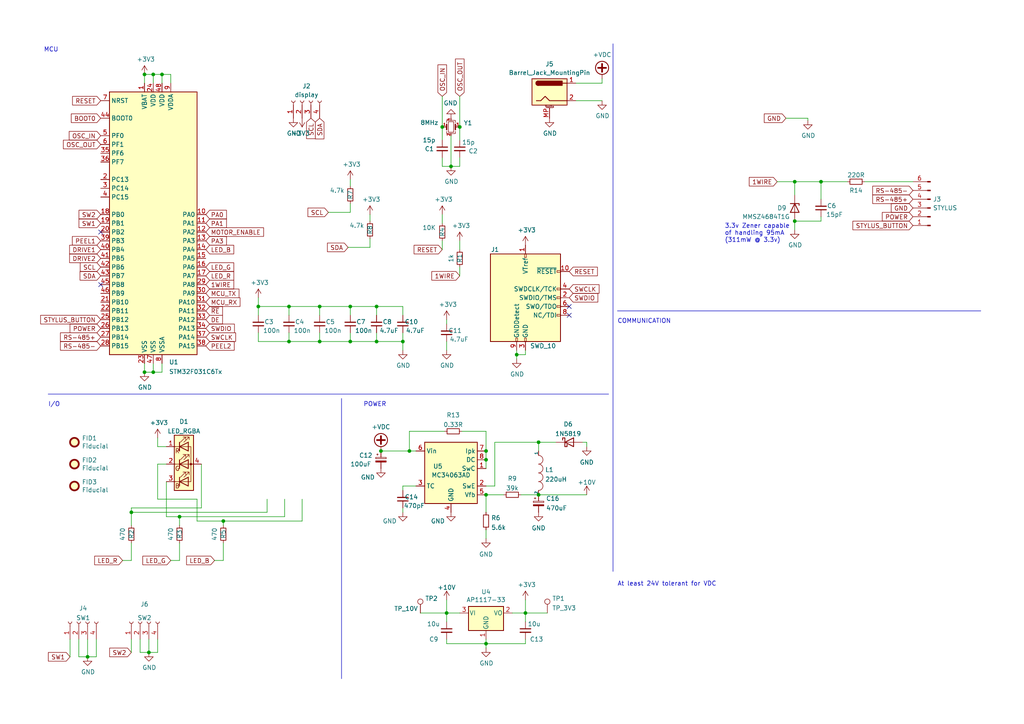
<source format=kicad_sch>
(kicad_sch (version 20250114) (generator "eeschema") (generator_version "9.0")
  (paper "A4")
  (title_block (title "LumenPnP Feeder Control Board") (rev "09") (company "Opulo, Inc."))
  (lib_symbols
    (symbol "Connector:Barrel_Jack_MountingPin" (pin_names (hide yes))
      (property "Reference" "J" (at 0 5.334 0))
      (property "Value" "Barrel_Jack_MountingPin" (at 1.27 -6.35 0))
      (symbol "Barrel_Jack_MountingPin_1_1"
        (text "Mounting" (at 0 -4.191 0) (effects (font (size 0.381 0.381))))
        (pin passive line (at 0 -7.62 90) (length 3.048) (name "MountPin") (number "MP"))
        (pin passive line (at 7.62 2.54 180) (length 2.54) (name "~") (number "1"))
        (pin passive line (at 7.62 -2.54 180) (length 2.54) (name "~") (number "2"))
      )
    )
    (symbol "Connector:Conn_01x04_Female" (pin_names (offset 1.016) (hide yes))
      (property "Reference" "J" (at 0 5.08 0))
      (property "Value" "Conn_01x04_Female" (at 0 -7.62 0))
      (symbol "Conn_01x04_Female_1_1"
        (pin passive line (at -5.08 2.54 0) (length 3.81) (name "Pin_1") (number "1"))
        (pin passive line (at -5.08 0 0) (length 3.81) (name "Pin_2") (number "2"))
        (pin passive line (at -5.08 -2.54 0) (length 3.81) (name "Pin_3") (number "3"))
        (pin passive line (at -5.08 -5.08 0) (length 3.81) (name "Pin_4") (number "4"))
      )
    )
    (symbol "Connector:Conn_01x04_Socket" (pin_names (offset 1.016) (hide yes))
      (property "Reference" "J" (at 0 5.08 0))
      (property "Value" "Conn_01x04_Socket" (at 0 -7.62 0))
      (symbol "Conn_01x04_Socket_1_1"
        (pin passive line (at -5.08 2.54 0) (length 3.81) (name "Pin_1") (number "1"))
        (pin passive line (at -5.08 0 0) (length 3.81) (name "Pin_2") (number "2"))
        (pin passive line (at -5.08 -2.54 0) (length 3.81) (name "Pin_3") (number "3"))
        (pin passive line (at -5.08 -5.08 0) (length 3.81) (name "Pin_4") (number "4"))
      )
    )
    (symbol "Connector:Conn_01x06_Pin" (pin_names (offset 1.016) (hide yes))
      (property "Reference" "J" (at 0 7.62 0))
      (property "Value" "Conn_01x06_Pin" (at 0 -10.16 0))
      (symbol "Conn_01x06_Pin_1_1"
        (pin passive line (at 5.08 5.08 180) (length 3.81) (name "Pin_1") (number "1"))
        (pin passive line (at 5.08 2.54 180) (length 3.81) (name "Pin_2") (number "2"))
        (pin passive line (at 5.08 0 180) (length 3.81) (name "Pin_3") (number "3"))
        (pin passive line (at 5.08 -2.54 180) (length 3.81) (name "Pin_4") (number "4"))
        (pin passive line (at 5.08 -5.08 180) (length 3.81) (name "Pin_5") (number "5"))
        (pin passive line (at 5.08 -7.62 180) (length 3.81) (name "Pin_6") (number "6"))
      )
    )
    (symbol "Connector:Conn_ARM_JTAG_SWD_10" (pin_names (offset 1.016))
      (property "Reference" "J" (at -2.54 16.51 0))
      (property "Value" "Conn_ARM_JTAG_SWD_10" (at -2.54 13.97 0))
      (symbol "Conn_ARM_JTAG_SWD_10_1_1"
        (pin no_connect line (at -10.16 0 0) (length 2.54) (hide yes) (name "KEY") (number "7"))
        (pin passive line (at -2.54 -15.24 90) (length 2.54) (name "GNDDetect") (number "9"))
        (pin power_in line (at 0 15.24 270) (length 2.54) (name "VTref") (number "1"))
        (pin power_in line (at 0 -15.24 90) (length 2.54) (name "GND") (number "3"))
        (pin passive line (at 0 -15.24 90) (length 2.54) (hide yes) (name "GND") (number "5"))
        (pin open_collector line (at 12.7 7.62 180) (length 2.54) (name "~{RESET}") (number "10"))
        (pin output line (at 12.7 2.54 180) (length 2.54) (name "SWDCLK/TCK") (number "4"))
        (pin bidirectional line (at 12.7 0 180) (length 2.54) (name "SWDIO/TMS") (number "2"))
        (pin input line (at 12.7 -2.54 180) (length 2.54) (name "SWO/TDO") (number "6"))
        (pin output line (at 12.7 -5.08 180) (length 2.54) (name "NC/TDI") (number "8"))
      )
    )
    (symbol "Connector:TestPoint" (pin_numbers (hide yes)) (pin_names (offset 0.762) (hide yes))
      (property "Reference" "TP" (at 0 6.858 0))
      (property "Value" "TestPoint" (at 0 5.08 0))
      (symbol "TestPoint_1_1"
        (pin passive line (at 0 0 90) (length 2.54) (name "1") (number "1"))
      )
    )
    (symbol "Device:C_Polarized_Small" (pin_numbers (hide yes)) (pin_names (offset 0.254) (hide yes))
      (property "Reference" "C" (at 0.254 1.778 0))
      (property "Value" "C_Polarized_Small" (at 0.254 -2.032 0))
      (symbol "C_Polarized_Small_1_1"
        (pin passive line (at 0 2.54 270) (length 1.8542) (name "~") (number "1"))
        (pin passive line (at 0 -2.54 90) (length 1.8542) (name "~") (number "2"))
      )
    )
    (symbol "Device:C_Small" (pin_numbers (hide yes)) (pin_names (offset 0.254) (hide yes))
      (property "Reference" "C" (at 0.254 1.778 0))
      (property "Value" "C_Small" (at 0.254 -2.032 0))
      (symbol "C_Small_1_1"
        (pin passive line (at 0 2.54 270) (length 2.032) (name "~") (number "1"))
        (pin passive line (at 0 -2.54 90) (length 2.032) (name "~") (number "2"))
      )
    )
    (symbol "Device:Crystal_GND24_Small" (pin_names (offset 1.016) (hide yes))
      (property "Reference" "Y" (at 1.27 4.445 0))
      (property "Value" "Crystal_GND24_Small" (at 1.27 2.54 0))
      (symbol "Crystal_GND24_Small_1_1"
        (pin passive line (at -2.54 0 0) (length 1.27) (name "1") (number "1"))
        (pin passive line (at 0 2.54 270) (length 0.635) (name "4") (number "4"))
        (pin passive line (at 0 -2.54 90) (length 0.635) (name "2") (number "2"))
        (pin passive line (at 2.54 0 180) (length 1.27) (name "3") (number "3"))
      )
    )
    (symbol "Device:D_Zener" (pin_numbers (hide yes)) (pin_names (offset 1.016) (hide yes))
      (property "Reference" "D" (at 0 2.54 0))
      (property "Value" "D_Zener" (at 0 -2.54 0))
      (symbol "D_Zener_1_1"
        (pin passive line (at -3.81 0 0) (length 2.54) (name "K") (number "1"))
        (pin passive line (at 3.81 0 180) (length 2.54) (name "A") (number "2"))
      )
    )
    (symbol "Device:LED_RGBA" (pin_names (offset 0) (hide yes))
      (property "Reference" "D" (at 0 9.398 0))
      (property "Value" "LED_RGBA" (at 0 -8.89 0))
      (symbol "LED_RGBA_0_0"
        (text "R" (at -1.905 3.81 0) (effects (font (size 1.27 1.27))))
        (text "G" (at -1.905 -1.27 0) (effects (font (size 1.27 1.27))))
        (text "B" (at -1.905 -6.35 0) (effects (font (size 1.27 1.27))))
      )
      (symbol "LED_RGBA_1_1"
        (pin passive line (at -5.08 5.08 0) (length 2.54) (name "RK") (number "1"))
        (pin passive line (at -5.08 0 0) (length 2.54) (name "GK") (number "2"))
        (pin passive line (at -5.08 -5.08 0) (length 2.54) (name "BK") (number "3"))
        (pin passive line (at 5.08 0 180) (length 2.54) (name "A") (number "4"))
      )
    )
    (symbol "Device:R_Small" (pin_numbers (hide yes)) (pin_names (offset 0.254) (hide yes))
      (property "Reference" "R" (at 0.762 0.508 0))
      (property "Value" "R_Small" (at 0.762 -1.016 0))
      (symbol "R_Small_1_1"
        (pin passive line (at 0 2.54 270) (length 0.762) (name "~") (number "1"))
        (pin passive line (at 0 -2.54 90) (length 0.762) (name "~") (number "2"))
      )
    )
    (symbol "Diode:1N5819" (pin_numbers (hide yes)) (pin_names (offset 1.016) (hide yes))
      (property "Reference" "D" (at 0 2.54 0))
      (property "Value" "1N5819" (at 0 -2.54 0))
      (symbol "1N5819_1_1"
        (pin passive line (at -3.81 0 0) (length 2.54) (name "K") (number "1"))
        (pin passive line (at 3.81 0 180) (length 2.54) (name "A") (number "2"))
      )
    )
    (symbol "MCU_ST_STM32F0:STM32F031C6Tx"
      (property "Reference" "U" (at -12.7 39.37 0))
      (property "Value" "STM32F031C6Tx" (at 7.62 39.37 0))
      (symbol "STM32F031C6Tx_1_1"
        (pin input line (at -15.24 35.56 0) (length 2.54) (name "NRST") (number "7"))
        (pin input line (at -15.24 30.48 0) (length 2.54) (name "BOOT0") (number "44"))
        (pin input line (at -15.24 25.4 0) (length 2.54) (name "PF0") (number "5"))
        (pin input line (at -15.24 22.86 0) (length 2.54) (name "PF1") (number "6"))
        (pin bidirectional line (at -15.24 20.32 0) (length 2.54) (name "PF6") (number "35"))
        (pin bidirectional line (at -15.24 17.78 0) (length 2.54) (name "PF7") (number "36"))
        (pin bidirectional line (at -15.24 12.7 0) (length 2.54) (name "PC13") (number "2"))
        (pin bidirectional line (at -15.24 10.16 0) (length 2.54) (name "PC14") (number "3"))
        (pin bidirectional line (at -15.24 7.62 0) (length 2.54) (name "PC15") (number "4"))
        (pin bidirectional line (at -15.24 2.54 0) (length 2.54) (name "PB0") (number "18"))
        (pin bidirectional line (at -15.24 0 0) (length 2.54) (name "PB1") (number "19"))
        (pin bidirectional line (at -15.24 -2.54 0) (length 2.54) (name "PB2") (number "20"))
        (pin bidirectional line (at -15.24 -5.08 0) (length 2.54) (name "PB3") (number "39"))
        (pin bidirectional line (at -15.24 -7.62 0) (length 2.54) (name "PB4") (number "40"))
        (pin bidirectional line (at -15.24 -10.16 0) (length 2.54) (name "PB5") (number "41"))
        (pin bidirectional line (at -15.24 -12.7 0) (length 2.54) (name "PB6") (number "42"))
        (pin bidirectional line (at -15.24 -15.24 0) (length 2.54) (name "PB7") (number "43"))
        (pin bidirectional line (at -15.24 -17.78 0) (length 2.54) (name "PB8") (number "45"))
        (pin bidirectional line (at -15.24 -20.32 0) (length 2.54) (name "PB9") (number "46"))
        (pin bidirectional line (at -15.24 -22.86 0) (length 2.54) (name "PB10") (number "21"))
        (pin bidirectional line (at -15.24 -25.4 0) (length 2.54) (name "PB11") (number "22"))
        (pin bidirectional line (at -15.24 -27.94 0) (length 2.54) (name "PB12") (number "25"))
        (pin bidirectional line (at -15.24 -30.48 0) (length 2.54) (name "PB13") (number "26"))
        (pin bidirectional line (at -15.24 -33.02 0) (length 2.54) (name "PB14") (number "27"))
        (pin bidirectional line (at -15.24 -35.56 0) (length 2.54) (name "PB15") (number "28"))
        (pin power_in line (at -2.54 40.64 270) (length 2.54) (name "VBAT") (number "1"))
        (pin power_in line (at -2.54 -40.64 90) (length 2.54) (name "VSS") (number "23"))
        (pin power_in line (at 0 40.64 270) (length 2.54) (name "VDD") (number "24"))
        (pin power_in line (at 0 -40.64 90) (length 2.54) (name "VSS") (number "47"))
        (pin power_in line (at 2.54 40.64 270) (length 2.54) (name "VDD") (number "48"))
        (pin power_in line (at 2.54 -40.64 90) (length 2.54) (name "VSSA") (number "8"))
        (pin power_in line (at 5.08 40.64 270) (length 2.54) (name "VDDA") (number "9"))
        (pin bidirectional line (at 15.24 2.54 180) (length 2.54) (name "PA0") (number "10"))
        (pin bidirectional line (at 15.24 0 180) (length 2.54) (name "PA1") (number "11"))
        (pin bidirectional line (at 15.24 -2.54 180) (length 2.54) (name "PA2") (number "12"))
        (pin bidirectional line (at 15.24 -5.08 180) (length 2.54) (name "PA3") (number "13"))
        (pin bidirectional line (at 15.24 -7.62 180) (length 2.54) (name "PA4") (number "14"))
        (pin bidirectional line (at 15.24 -10.16 180) (length 2.54) (name "PA5") (number "15"))
        (pin bidirectional line (at 15.24 -12.7 180) (length 2.54) (name "PA6") (number "16"))
        (pin bidirectional line (at 15.24 -15.24 180) (length 2.54) (name "PA7") (number "17"))
        (pin bidirectional line (at 15.24 -17.78 180) (length 2.54) (name "PA8") (number "29"))
        (pin bidirectional line (at 15.24 -20.32 180) (length 2.54) (name "PA9") (number "30"))
        (pin bidirectional line (at 15.24 -22.86 180) (length 2.54) (name "PA10") (number "31"))
        (pin bidirectional line (at 15.24 -25.4 180) (length 2.54) (name "PA11") (number "32"))
        (pin bidirectional line (at 15.24 -27.94 180) (length 2.54) (name "PA12") (number "33"))
        (pin bidirectional line (at 15.24 -30.48 180) (length 2.54) (name "PA13") (number "34"))
        (pin bidirectional line (at 15.24 -33.02 180) (length 2.54) (name "PA14") (number "37"))
        (pin bidirectional line (at 15.24 -35.56 180) (length 2.54) (name "PA15") (number "38"))
      )
    )
    (symbol "Mechanical:Fiducial"
      (property "Reference" "FID" (at 0 5.08 0))
      (property "Value" "Fiducial" (at 0 3.175 0))
    )
    (symbol "Regulator_Linear:AP1117-33" (pin_names (offset 0.254))
      (property "Reference" "U" (at -3.81 3.175 0))
      (property "Value" "AP1117-33" (at 0 3.175 0))
      (symbol "AP1117-33_1_1"
        (pin power_in line (at -7.62 0 0) (length 2.54) (name "VI") (number "3"))
        (pin power_in line (at 0 -7.62 90) (length 2.54) (name "GND") (number "1"))
        (pin power_out line (at 7.62 0 180) (length 2.54) (name "VO") (number "2"))
      )
    )
    (symbol "Regulator_Switching:MC34063AD"
      (property "Reference" "U" (at -7.62 8.89 0))
      (property "Value" "MC34063AD" (at 0 8.89 0))
      (symbol "MC34063AD_1_1"
        (pin power_in line (at -10.16 5.08 0) (length 2.54) (name "Vin") (number "6"))
        (pin passive line (at -10.16 -5.08 0) (length 2.54) (name "TC") (number "3"))
        (pin power_in line (at 0 -12.7 90) (length 2.54) (name "GND") (number "4"))
        (pin input line (at 10.16 5.08 180) (length 2.54) (name "Ipk") (number "7"))
        (pin open_collector line (at 10.16 2.54 180) (length 2.54) (name "DC") (number "8"))
        (pin open_collector line (at 10.16 0 180) (length 2.54) (name "SwC") (number "1"))
        (pin open_emitter line (at 10.16 -5.08 180) (length 2.54) (name "SwE") (number "2"))
        (pin input line (at 10.16 -7.62 180) (length 2.54) (name "Vfb") (number "5"))
      )
    )
    (symbol "power:+10V" (power) (pin_names (offset 0))
      (property "Value" "+10V" (at 0 3.556 0))
      (symbol "+10V_1_1"
        (pin power_in line (at 0 0 90) (length 0) (hide yes) (name "+10V") (number "1"))
      )
    )
    (symbol "power:+3V3" (power) (pin_names (offset 0))
      (property "Value" "+3V3" (at 0 3.556 0))
      (symbol "+3V3_1_1"
        (pin power_in line (at 0 0 90) (length 0) (hide yes) (name "+3V3") (number "1"))
      )
    )
    (symbol "power:+VDC" (power) (pin_names (offset 0))
      (property "Value" "+VDC" (at 0 6.35 0))
      (symbol "+VDC_1_1"
        (pin power_in line (at 0 0 90) (length 0) (hide yes) (name "+VDC") (number "1"))
      )
    )
    (symbol "power:GND" (power) (pin_names (offset 0))
      (property "Value" "GND" (at 0 -3.81 0))
      (symbol "GND_1_1"
        (pin power_in line (at 0 0 270) (length 0) (hide yes) (name "GND") (number "1"))
      )
    )
    (symbol "pspice:INDUCTOR" (pin_numbers (hide yes)) (pin_names (offset 0))
      (property "Reference" "L" (at 0 2.54 0))
      (property "Value" "INDUCTOR" (at 0 -1.27 0))
      (symbol "INDUCTOR_1_1"
        (pin input line (at -6.35 0 0) (length 1.27) (name "1") (number "1"))
        (pin input line (at 6.35 0 180) (length 1.27) (name "2") (number "2"))
      )
    )
  )
  (text "I/O" (at 13.97 118.11 0) (effects (font (size 1.27 1.27)) (justify left bottom)))
  (text "COMMUNICATION" (at 179.07 93.98 0) (effects (font (size 1.27 1.27)) (justify left bottom)))
  (text "POWER" (at 105.41 118.11 0) (effects (font (size 1.27 1.27)) (justify left bottom)))
  (text "3.3v Zener capable\nof handling 95mA \n(311mW @ 3.3v)" (at 210.185 70.485 0) (effects (font (size 1.27 1.27)) (justify left bottom)))
  (text "At least 24V tolerant for VDC\n" (at 179.07 170.18 0) (effects (font (size 1.27 1.27)) (justify left bottom)))
  (text "MCU" (at 12.7 15.24 0) (effects (font (size 1.27 1.27)) (justify left bottom)))
  (junction (at 110.49 130.81))
  (junction (at 129.54 177.8))
  (junction (at 41.91 107.95))
  (junction (at 25.4 190.5))
  (junction (at 83.82 88.9))
  (junction (at 156.21 128.27))
  (junction (at 230.505 52.705))
  (junction (at 116.84 99.06))
  (junction (at 118.745 130.81))
  (junction (at 44.45 107.95))
  (junction (at 128.27 36.83))
  (junction (at 46.99 21.59))
  (junction (at 92.71 88.9))
  (junction (at 133.35 36.83))
  (junction (at 41.91 21.59))
  (junction (at 140.97 133.35))
  (junction (at 156.21 143.51))
  (junction (at 109.22 88.9))
  (junction (at 64.77 151.13))
  (junction (at 38.1 148.59))
  (junction (at 230.505 64.135))
  (junction (at 109.22 99.06))
  (junction (at 152.4 177.8))
  (junction (at 101.6 88.9))
  (junction (at 149.86 102.87))
  (junction (at 74.93 88.9))
  (junction (at 101.6 99.06))
  (junction (at 130.81 48.26))
  (junction (at 238.125 52.705))
  (junction (at 43.18 189.23))
  (junction (at 92.71 99.06))
  (junction (at 83.82 99.06))
  (junction (at 140.97 143.51))
  (junction (at 140.97 130.81))
  (junction (at 44.45 21.59))
  (junction (at 52.07 149.86))
  (junction (at 140.97 186.69))
  (no_connect (at 29.21 82.55))
  (no_connect (at 29.21 67.31))
  (no_connect (at 165.1 88.9))
  (no_connect (at 165.1 91.44))
  (wire (pts (xy 38.1 189.23) (xy 38.1 185.42)))
  (wire (pts (xy 49.53 162.56) (xy 52.07 162.56)))
  (wire (pts (xy 41.91 105.41) (xy 41.91 107.95)))
  (wire (pts (xy 128.27 62.23) (xy 128.27 64.77)))
  (wire (pts (xy 44.45 105.41) (xy 44.45 107.95)))
  (wire (pts (xy 234.315 34.29) (xy 234.315 34.925)))
  (wire (pts (xy 129.54 186.69) (xy 129.54 185.42)))
  (wire (pts (xy 238.125 62.865) (xy 238.125 64.135)))
  (wire (pts (xy 101.6 88.9) (xy 101.6 91.44)))
  (wire (pts (xy 129.54 173.99) (xy 129.54 177.8)))
  (wire (pts (xy 140.97 186.69) (xy 129.54 186.69)))
  (wire (pts (xy 87.63 144.78) (xy 87.63 151.13)))
  (wire (pts (xy 83.82 88.9) (xy 83.82 91.44)))
  (wire (pts (xy 107.315 62.23) (xy 107.315 64.135)))
  (wire (pts (xy 140.97 186.69) (xy 140.97 185.42)))
  (wire (pts (xy 74.93 96.52) (xy 74.93 99.06)))
  (wire (pts (xy 44.45 107.95) (xy 41.91 107.95)))
  (wire (pts (xy 230.505 52.705) (xy 230.505 56.515)))
  (wire (pts (xy 38.1 148.59) (xy 38.1 152.4)))
  (wire (pts (xy 133.35 69.85) (xy 133.35 72.39)))
  (wire (pts (xy 133.35 48.26) (xy 130.81 48.26)))
  (wire (pts (xy 35.56 162.56) (xy 38.1 162.56)))
  (wire (pts (xy 133.985 125.095) (xy 140.97 125.095)))
  (wire (pts (xy 27.94 185.42) (xy 27.94 190.5)))
  (wire (pts (xy 128.27 72.39) (xy 128.27 69.85)))
  (wire (pts (xy 92.71 88.9) (xy 83.82 88.9)))
  (wire (pts (xy 57.15 151.13) (xy 64.77 151.13)))
  (wire (pts (xy 45.72 185.42) (xy 45.72 189.23)))
  (wire (pts (xy 238.125 52.705) (xy 245.745 52.705)))
  (wire (pts (xy 130.81 48.26) (xy 128.27 48.26)))
  (wire (pts (xy 140.97 187.96) (xy 140.97 186.69)))
  (wire (pts (xy 101.6 99.06) (xy 109.22 99.06)))
  (wire (pts (xy 152.4 177.8) (xy 158.75 177.8)))
  (wire (pts (xy 77.47 148.59) (xy 38.1 148.59)))
  (wire (pts (xy 64.77 151.13) (xy 64.77 152.4)))
  (wire (pts (xy 152.4 177.8) (xy 152.4 173.99)))
  (wire (pts (xy 27.94 190.5) (xy 25.4 190.5)))
  (wire (pts (xy 83.82 88.9) (xy 74.93 88.9)))
  (wire (pts (xy 118.745 130.81) (xy 120.65 130.81)))
  (wire (pts (xy 238.125 52.705) (xy 238.125 57.785)))
  (wire (pts (xy 156.21 128.27) (xy 161.29 128.27)))
  (wire (pts (xy 48.26 149.86) (xy 52.07 149.86)))
  (wire (pts (xy 74.93 88.9) (xy 74.93 91.44)))
  (wire (pts (xy 250.825 52.705) (xy 264.795 52.705)))
  (wire (pts (xy 143.51 140.97) (xy 143.51 128.27)))
  (wire (pts (xy 107.315 71.755) (xy 107.315 69.215)))
  (wire (pts (xy 156.21 128.27) (xy 156.21 130.81)))
  (wire (pts (xy 230.505 64.135) (xy 230.505 66.675)))
  (wire (pts (xy 120.65 140.97) (xy 116.84 140.97)))
  (wire (pts (xy 116.84 96.52) (xy 116.84 99.06)))
  (wire (pts (xy 116.84 88.9) (xy 109.22 88.9)))
  (wire (pts (xy 22.86 190.5) (xy 25.4 190.5)))
  (wire (pts (xy 101.6 52.07) (xy 101.6 53.975)))
  (wire (pts (xy 45.72 144.78) (xy 57.15 144.78)))
  (wire (pts (xy 43.18 189.23) (xy 45.72 189.23)))
  (wire (pts (xy 152.4 102.87) (xy 152.4 101.6)))
  (wire (pts (xy 140.97 140.97) (xy 143.51 140.97)))
  (wire (pts (xy 156.21 143.51) (xy 170.18 143.51)))
  (wire (pts (xy 116.84 99.06) (xy 116.84 101.6)))
  (wire (pts (xy 133.35 40.64) (xy 133.35 36.83)))
  (wire (pts (xy 45.72 134.62) (xy 48.26 134.62)))
  (wire (pts (xy 40.64 189.23) (xy 43.18 189.23)))
  (wire (pts (xy 52.07 149.86) (xy 52.07 152.4)))
  (wire (pts (xy 25.4 185.42) (xy 25.4 190.5)))
  (wire (pts (xy 100.965 71.755) (xy 107.315 71.755)))
  (wire (pts (xy 140.97 143.51) (xy 146.05 143.51)))
  (wire (pts (xy 167.005 24.13) (xy 174.625 24.13)))
  (wire (pts (xy 57.15 144.78) (xy 57.15 151.13)))
  (wire (pts (xy 38.1 147.32) (xy 58.42 147.32)))
  (wire (pts (xy 167.005 29.21) (xy 174.625 29.21)))
  (wire (pts (xy 46.99 107.95) (xy 44.45 107.95)))
  (wire (pts (xy 49.53 24.13) (xy 49.53 21.59)))
  (wire (pts (xy 118.745 130.81) (xy 118.745 125.095)))
  (wire (pts (xy 109.22 99.06) (xy 116.84 99.06)))
  (wire (pts (xy 109.22 88.9) (xy 109.22 91.44)))
  (wire (pts (xy 238.125 64.135) (xy 230.505 64.135)))
  (wire (pts (xy 128.27 36.83) (xy 128.27 40.64)))
  (wire (pts (xy 46.99 105.41) (xy 46.99 107.95)))
  (polyline (pts (xy 13.97 114.3) (xy 176.53 114.3)))
  (wire (pts (xy 225.425 52.705) (xy 230.505 52.705)))
  (wire (pts (xy 152.4 186.69) (xy 140.97 186.69)))
  (wire (pts (xy 227.965 34.29) (xy 234.315 34.29)))
  (wire (pts (xy 92.71 96.52) (xy 92.71 99.06)))
  (wire (pts (xy 46.99 21.59) (xy 46.99 24.13)))
  (wire (pts (xy 101.6 88.9) (xy 92.71 88.9)))
  (wire (pts (xy 130.81 39.37) (xy 130.81 48.26)))
  (wire (pts (xy 58.42 134.62) (xy 58.42 147.32)))
  (wire (pts (xy 116.84 147.32) (xy 116.84 148.59)))
  (wire (pts (xy 149.86 102.87) (xy 149.86 101.6)))
  (wire (pts (xy 109.22 96.52) (xy 109.22 99.06)))
  (wire (pts (xy 149.86 102.87) (xy 152.4 102.87)))
  (wire (pts (xy 129.54 177.8) (xy 129.54 180.34)))
  (wire (pts (xy 140.97 133.35) (xy 140.97 135.89)))
  (wire (pts (xy 92.71 99.06) (xy 101.6 99.06)))
  (wire (pts (xy 62.23 162.56) (xy 64.77 162.56)))
  (wire (pts (xy 92.71 88.9) (xy 92.71 91.44)))
  (wire (pts (xy 64.77 157.48) (xy 64.77 162.56)))
  (wire (pts (xy 82.55 149.86) (xy 52.07 149.86)))
  (polyline (pts (xy 179.07 90.17) (xy 284.48 90.17)))
  (wire (pts (xy 22.86 185.42) (xy 22.86 190.5)))
  (wire (pts (xy 74.93 99.06) (xy 83.82 99.06)))
  (wire (pts (xy 95.25 61.595) (xy 101.6 61.595)))
  (wire (pts (xy 128.27 27.94) (xy 128.27 36.83)))
  (polyline (pts (xy 99.06 115.57) (xy 99.06 196.85)))
  (wire (pts (xy 52.07 157.48) (xy 52.07 162.56)))
  (wire (pts (xy 140.97 125.095) (xy 140.97 130.81)))
  (wire (pts (xy 87.63 151.13) (xy 64.77 151.13)))
  (wire (pts (xy 143.51 128.27) (xy 156.21 128.27)))
  (wire (pts (xy 48.26 139.7) (xy 48.26 149.86)))
  (wire (pts (xy 82.55 144.78) (xy 82.55 149.86)))
  (wire (pts (xy 44.45 21.59) (xy 44.45 24.13)))
  (wire (pts (xy 230.505 52.705) (xy 238.125 52.705)))
  (wire (pts (xy 40.64 185.42) (xy 40.64 189.23)))
  (wire (pts (xy 83.82 99.06) (xy 92.71 99.06)))
  (wire (pts (xy 41.91 21.59) (xy 41.91 24.13)))
  (wire (pts (xy 152.4 185.42) (xy 152.4 186.69)))
  (wire (pts (xy 170.18 128.27) (xy 170.18 129.54)))
  (wire (pts (xy 45.72 144.78) (xy 45.72 134.62)))
  (wire (pts (xy 129.54 92.71) (xy 129.54 93.98)))
  (wire (pts (xy 128.27 48.26) (xy 128.27 45.72)))
  (wire (pts (xy 174.625 24.13) (xy 174.625 22.86)))
  (wire (pts (xy 46.99 21.59) (xy 44.45 21.59)))
  (wire (pts (xy 133.35 80.01) (xy 133.35 77.47)))
  (wire (pts (xy 121.92 177.8) (xy 129.54 177.8)))
  (wire (pts (xy 140.97 153.67) (xy 140.97 156.21)))
  (wire (pts (xy 140.97 143.51) (xy 140.97 148.59)))
  (wire (pts (xy 49.53 21.59) (xy 46.99 21.59)))
  (wire (pts (xy 168.91 128.27) (xy 170.18 128.27)))
  (wire (pts (xy 20.32 185.42) (xy 20.32 190.5)))
  (wire (pts (xy 152.4 177.8) (xy 152.4 180.34)))
  (wire (pts (xy 74.93 88.9) (xy 74.93 86.36)))
  (wire (pts (xy 151.13 143.51) (xy 156.21 143.51)))
  (wire (pts (xy 77.47 144.78) (xy 77.47 148.59)))
  (wire (pts (xy 43.18 185.42) (xy 43.18 189.23)))
  (wire (pts (xy 129.54 177.8) (xy 133.35 177.8)))
  (wire (pts (xy 116.84 140.97) (xy 116.84 142.24)))
  (wire (pts (xy 129.54 99.06) (xy 129.54 101.6)))
  (wire (pts (xy 38.1 147.32) (xy 38.1 148.59)))
  (wire (pts (xy 44.45 21.59) (xy 41.91 21.59)))
  (wire (pts (xy 45.72 129.54) (xy 45.72 127)))
  (wire (pts (xy 109.22 88.9) (xy 101.6 88.9)))
  (polyline (pts (xy 177.8 165.735) (xy 177.8 12.7)))
  (wire (pts (xy 133.35 48.26) (xy 133.35 45.72)))
  (wire (pts (xy 118.745 125.095) (xy 128.905 125.095)))
  (wire (pts (xy 116.84 91.44) (xy 116.84 88.9)))
  (wire (pts (xy 149.86 104.14) (xy 149.86 102.87)))
  (wire (pts (xy 38.1 157.48) (xy 38.1 162.56)))
  (wire (pts (xy 140.97 130.81) (xy 140.97 133.35)))
  (wire (pts (xy 133.35 36.83) (xy 133.35 27.94)))
  (wire (pts (xy 148.59 177.8) (xy 152.4 177.8)))
  (wire (pts (xy 45.72 129.54) (xy 48.26 129.54)))
  (wire (pts (xy 110.49 130.81) (xy 118.745 130.81)))
  (wire (pts (xy 101.6 96.52) (xy 101.6 99.06)))
  (wire (pts (xy 83.82 96.52) (xy 83.82 99.06)))
  (wire (pts (xy 101.6 61.595) (xy 101.6 59.055)))
  (global_label "RESET" (shape input) (at 128.27 72.39 180) (property "Intersheetrefs" "${INTERSHEET_REFS}" (effects (hide yes))))
  (global_label "1WIRE" (shape input) (at 225.425 52.705 180) (property "Intersheetrefs" "${INTERSHEET_REFS}" (effects (hide yes))))
  (global_label "GND" (shape input) (at 264.795 60.325 180) (property "Intersheetrefs" "${INTERSHEET_REFS}" (effects (hide yes))))
  (global_label "SWDIO" (shape input) (at 59.69 95.25 0) (property "Intersheetrefs" "${INTERSHEET_REFS}" (effects (hide yes))))
  (global_label "SCL" (shape input) (at 29.21 77.47 180) (property "Intersheetrefs" "${INTERSHEET_REFS}" (effects (hide yes))))
  (global_label "LED_R" (shape input) (at 35.56 162.56 180) (property "Intersheetrefs" "${INTERSHEET_REFS}" (effects (hide yes))))
  (global_label "LED_R" (shape input) (at 59.69 80.01 0) (property "Intersheetrefs" "${INTERSHEET_REFS}" (effects (hide yes))))
  (global_label "MOTOR_ENABLE" (shape input) (at 59.69 67.31 0) (property "Intersheetrefs" "${INTERSHEET_REFS}" (effects (hide yes))))
  (global_label "SCL" (shape input) (at 95.25 61.595 180) (property "Intersheetrefs" "${INTERSHEET_REFS}" (effects (hide yes))))
  (global_label "SWCLK" (shape input) (at 165.1 83.82 0) (property "Intersheetrefs" "${INTERSHEET_REFS}" (effects (hide yes))))
  (global_label "OSC_IN" (shape input) (at 29.21 39.37 180) (property "Intersheetrefs" "${INTERSHEET_REFS}" (effects (hide yes))))
  (global_label "DRIVE2" (shape input) (at 29.21 74.93 180) (property "Intersheetrefs" "${INTERSHEET_REFS}" (effects (hide yes))))
  (global_label "OSC_OUT" (shape input) (at 133.35 27.94 90) (property "Intersheetrefs" "${INTERSHEET_REFS}" (effects (hide yes))))
  (global_label "PA1" (shape input) (at 59.69 64.77 0) (property "Intersheetrefs" "${INTERSHEET_REFS}" (effects (hide yes))))
  (global_label "SW1" (shape input) (at 29.21 64.77 180) (property "Intersheetrefs" "${INTERSHEET_REFS}" (effects (hide yes))))
  (global_label "LED_B" (shape input) (at 62.23 162.56 180) (property "Intersheetrefs" "${INTERSHEET_REFS}" (effects (hide yes))))
  (global_label "STYLUS_BUTTON" (shape input) (at 264.795 65.405 180) (property "Intersheetrefs" "${INTERSHEET_REFS}" (effects (hide yes))))
  (global_label "SWDIO" (shape input) (at 165.1 86.36 0) (property "Intersheetrefs" "${INTERSHEET_REFS}" (effects (hide yes))))
  (global_label "PEEL1" (shape input) (at 29.21 69.85 180) (property "Intersheetrefs" "${INTERSHEET_REFS}" (effects (hide yes))))
  (global_label "RS-485+" (shape input) (at 29.21 97.79 180) (property "Intersheetrefs" "${INTERSHEET_REFS}" (effects (hide yes))))
  (global_label "LED_B" (shape input) (at 59.69 72.39 0) (property "Intersheetrefs" "${INTERSHEET_REFS}" (effects (hide yes))))
  (global_label "RS-485-" (shape input) (at 29.21 100.33 180) (property "Intersheetrefs" "${INTERSHEET_REFS}" (effects (hide yes))))
  (global_label "MCU_RX" (shape input) (at 59.69 87.63 0) (property "Intersheetrefs" "${INTERSHEET_REFS}" (effects (hide yes))))
  (global_label "PA0" (shape input) (at 59.69 62.23 0) (property "Intersheetrefs" "${INTERSHEET_REFS}" (effects (hide yes))))
  (global_label "DRIVE1" (shape input) (at 29.21 72.39 180) (property "Intersheetrefs" "${INTERSHEET_REFS}" (effects (hide yes))))
  (global_label "SCL" (shape input) (at 90.17 34.29 270) (property "Intersheetrefs" "${INTERSHEET_REFS}" (effects (hide yes))))
  (global_label "~{RE}" (shape input) (at 59.69 90.17 0) (property "Intersheetrefs" "${INTERSHEET_REFS}" (effects (hide yes))))
  (global_label "1WIRE" (shape input) (at 133.35 80.01 180) (property "Intersheetrefs" "${INTERSHEET_REFS}" (effects (hide yes))))
  (global_label "OSC_IN" (shape input) (at 128.27 27.94 90) (property "Intersheetrefs" "${INTERSHEET_REFS}" (effects (hide yes))))
  (global_label "LED_G" (shape input) (at 49.53 162.56 180) (property "Intersheetrefs" "${INTERSHEET_REFS}" (effects (hide yes))))
  (global_label "POWER" (shape input) (at 29.21 95.25 180) (property "Intersheetrefs" "${INTERSHEET_REFS}" (effects (hide yes))))
  (global_label "OSC_OUT" (shape input) (at 29.21 41.91 180) (property "Intersheetrefs" "${INTERSHEET_REFS}" (effects (hide yes))))
  (global_label "POWER" (shape input) (at 264.795 62.865 180) (property "Intersheetrefs" "${INTERSHEET_REFS}" (effects (hide yes))))
  (global_label "BOOT0" (shape input) (at 29.21 34.29 180) (property "Intersheetrefs" "${INTERSHEET_REFS}" (effects (hide yes))))
  (global_label "RESET" (shape input) (at 165.1 78.74 0) (property "Intersheetrefs" "${INTERSHEET_REFS}" (effects (hide yes))))
  (global_label "PA3" (shape input) (at 59.69 69.85 0) (property "Intersheetrefs" "${INTERSHEET_REFS}" (effects (hide yes))))
  (global_label "SW2" (shape input) (at 38.1 189.23 180) (property "Intersheetrefs" "${INTERSHEET_REFS}" (effects (hide yes))))
  (global_label "LED_G" (shape input) (at 59.69 77.47 0) (property "Intersheetrefs" "${INTERSHEET_REFS}" (effects (hide yes))))
  (global_label "STYLUS_BUTTON" (shape input) (at 29.21 92.71 180) (property "Intersheetrefs" "${INTERSHEET_REFS}" (effects (hide yes))))
  (global_label "SDA" (shape input) (at 100.965 71.755 180) (property "Intersheetrefs" "${INTERSHEET_REFS}" (effects (hide yes))))
  (global_label "SWCLK" (shape input) (at 59.69 97.79 0) (property "Intersheetrefs" "${INTERSHEET_REFS}" (effects (hide yes))))
  (global_label "GND" (shape input) (at 227.965 34.29 180) (property "Intersheetrefs" "${INTERSHEET_REFS}" (effects (hide yes))))
  (global_label "SW2" (shape input) (at 29.21 62.23 180) (property "Intersheetrefs" "${INTERSHEET_REFS}" (effects (hide yes))))
  (global_label "1WIRE" (shape input) (at 59.69 82.55 0) (property "Intersheetrefs" "${INTERSHEET_REFS}" (effects (hide yes))))
  (global_label "SW1" (shape input) (at 20.32 190.5 180) (property "Intersheetrefs" "${INTERSHEET_REFS}" (effects (hide yes))))
  (global_label "SDA" (shape input) (at 92.71 34.29 270) (property "Intersheetrefs" "${INTERSHEET_REFS}" (effects (hide yes))))
  (global_label "RS-485+" (shape input) (at 264.795 57.785 180) (property "Intersheetrefs" "${INTERSHEET_REFS}" (effects (hide yes))))
  (global_label "RS-485-" (shape input) (at 264.795 55.245 180) (property "Intersheetrefs" "${INTERSHEET_REFS}" (effects (hide yes))))
  (global_label "MCU_TX" (shape input) (at 59.69 85.09 0) (property "Intersheetrefs" "${INTERSHEET_REFS}" (effects (hide yes))))
  (global_label "PEEL2" (shape input) (at 59.69 100.33 0) (property "Intersheetrefs" "${INTERSHEET_REFS}" (effects (hide yes))))
  (global_label "SDA" (shape input) (at 29.21 80.01 180) (property "Intersheetrefs" "${INTERSHEET_REFS}" (effects (hide yes))))
  (global_label "DE" (shape input) (at 59.69 92.71 0) (property "Intersheetrefs" "${INTERSHEET_REFS}" (effects (hide yes))))
  (global_label "RESET" (shape input) (at 29.21 29.21 180) (property "Intersheetrefs" "${INTERSHEET_REFS}" (effects (hide yes))))
  (symbol (lib_id "Device:R_Small") (at 52.07 154.94 180) (unit 1)
    (property "Reference" "R3" (at 52.07 154.94 90))
    (property "Value" "470" (at 49.53 154.94 90))
    (property "Footprint" "Resistor_SMD:R_0805_2012Metric" (effects (hide yes)))
    (property "JLCPCB" "C17710" (effects (hide yes)))
    (property "LCSC" "C119076" (effects (hide yes)))
  )
  (symbol (lib_id "power:GND") (at 43.18 189.23 0) (unit 1)
    (property "Reference" "#PWR019" (effects (hide yes)))
    (property "Value" "GND" (at 43.307 193.6242 0))
  )
  (symbol (lib_id "power:GND") (at 149.86 104.14 0) (unit 1)
    (property "Reference" "#PWR04" (effects (hide yes)))
    (property "Value" "GND" (at 149.987 108.5342 0))
  )
  (symbol (lib_id "power:+3V3") (at 152.4 71.12 0) (unit 1)
    (property "Reference" "#PWR05" (effects (hide yes)))
    (property "Value" "+3V3" (at 152.781 66.7258 0))
  )
  (symbol (lib_id "Device:C_Small") (at 128.27 43.18 0) (unit 1)
    (property "Reference" "C1" (at 123.19 43.18 0) (effects (justify left)))
    (property "Value" "15p" (at 122.555 40.64 0) (effects (justify left)))
    (property "Footprint" "Capacitor_SMD:C_0805_2012Metric" (effects (hide yes)))
    (property "JLCPCB" "C1794" (effects (hide yes)))
    (property "LCSC" "C376865" (effects (hide yes)))
  )
  (symbol (lib_id "Device:C_Small") (at 133.35 43.18 0) (unit 1)
    (property "Reference" "C2" (at 135.89 43.815 0) (effects (justify left)))
    (property "Value" "15p" (at 133.985 41.275 0) (effects (justify left)))
    (property "Footprint" "Capacitor_SMD:C_0805_2012Metric" (effects (hide yes)))
    (property "JLCPCB" "C1794" (effects (hide yes)))
    (property "LCSC" "C376865" (effects (hide yes)))
  )
  (symbol (lib_id "power:GND") (at 130.81 48.26 0) (unit 1)
    (property "Reference" "#PWR09" (effects (hide yes)))
    (property "Value" "GND" (at 130.937 52.6542 0))
  )
  (symbol (lib_id "Connector:Conn_ARM_JTAG_SWD_10") (at 152.4 86.36 0) (unit 1)
    (property "Reference" "J1" (at 144.78 72.39 0) (effects (justify right)))
    (property "Value" "SWD_10" (at 161.29 100.33 0) (effects (justify right)))
    (property "Footprint" "Connector_PinHeader_1.27mm:PinHeader_2x05_P1.27mm_Vertical_SMD" (effects (hide yes)))
    (property "Datasheet" "http://infocenter.arm.com/help/topic/com.arm.doc.ddi0314h/DDI0314H_coresight_components_trm.pdf" (effects (hide yes)))
  )
  (symbol (lib_id "Device:R_Small") (at 38.1 154.94 180) (unit 1)
    (property "Reference" "R2" (at 38.1 154.94 90))
    (property "Value" "470" (at 35.56 154.94 90))
    (property "Footprint" "Resistor_SMD:R_0805_2012Metric" (effects (hide yes)))
    (property "JLCPCB" "C17710" (effects (hide yes)))
    (property "LCSC" "C119076" (effects (hide yes)))
  )
  (symbol (lib_id "power:+3V3") (at 45.72 127 0) (unit 1)
    (property "Reference" "#PWR06" (effects (hide yes)))
    (property "Value" "+3V3" (at 46.101 122.6058 0))
  )
  (symbol (lib_id "Device:Crystal_GND24_Small") (at 130.81 36.83 0) (unit 1)
    (property "Reference" "Y1" (at 134.4676 35.6616 0) (effects (justify left)))
    (property "Value" "8MHz" (at 121.92 35.56 0) (effects (justify left)))
    (property "Footprint" "Crystal:Crystal_SMD_3225-4Pin_3.2x2.5mm_HandSoldering" (effects (hide yes)))
    (property "JLCPCB" "C253751" (effects (hide yes)))
    (property "LCSC" "C648984" (effects (hide yes)))
  )
  (symbol (lib_id "Mechanical:Fiducial") (at 21.59 128.27 0) (unit 1)
    (property "Reference" "FID1" (at 23.749 127.1016 0) (effects (justify left)))
    (property "Value" "Fiducial" (at 23.749 129.413 0) (effects (justify left)))
    (property "Footprint" "Fiducial:Fiducial_1mm_Mask2mm" (effects (hide yes)))
  )
  (symbol (lib_id "Mechanical:Fiducial") (at 21.59 134.62 0) (unit 1)
    (property "Reference" "FID2" (at 23.749 133.4516 0) (effects (justify left)))
    (property "Value" "Fiducial" (at 23.749 135.763 0) (effects (justify left)))
    (property "Footprint" "Fiducial:Fiducial_1mm_Mask2mm" (effects (hide yes)))
  )
  (symbol (lib_id "Mechanical:Fiducial") (at 21.59 140.97 0) (unit 1)
    (property "Reference" "FID3" (at 23.749 139.8016 0) (effects (justify left)))
    (property "Value" "Fiducial" (at 23.749 142.113 0) (effects (justify left)))
    (property "Footprint" "Fiducial:Fiducial_1mm_Mask2mm" (effects (hide yes)))
  )
  (symbol (lib_id "Device:R_Small") (at 64.77 154.94 180) (unit 1)
    (property "Reference" "R5" (at 64.77 154.94 90))
    (property "Value" "470" (at 62.23 154.94 90))
    (property "Footprint" "Resistor_SMD:R_0805_2012Metric" (effects (hide yes)))
    (property "JLCPCB" "C17710" (effects (hide yes)))
    (property "LCSC" "C119076" (effects (hide yes)))
  )
  (symbol (lib_id "power:GND") (at 130.81 34.29 180) (unit 1)
    (property "Reference" "#PWR0124" (effects (hide yes)))
    (property "Value" "GND" (at 130.683 29.8958 0))
  )
  (symbol (lib_id "Regulator_Linear:AP1117-33") (at 140.97 177.8 0) (unit 1)
    (property "Reference" "U4" (at 140.97 171.6532 0))
    (property "Value" "AP1117-33" (at 140.97 173.9646 0))
    (property "Footprint" "Package_TO_SOT_SMD:SOT-223-3_TabPin2" (effects (hide yes)))
    (property "Datasheet" "http://www.diodes.com/datasheets/AP1117.pdf" (effects (hide yes)))
    (property "JLCPCB" "C108785" (effects (hide yes)))
    (property "LCSC" "C92102" (effects (hide yes)))
  )
  (symbol (lib_id "Device:R_Small") (at 133.35 74.93 180) (unit 1)
    (property "Reference" "R1" (at 133.35 74.93 90))
    (property "Value" "1k" (at 130.81 74.93 90))
    (property "Footprint" "Resistor_SMD:R_0805_2012Metric" (effects (hide yes)))
    (property "JLCPCB" "C17513" (effects (hide yes)))
    (property "LCSC" "C17513" (effects (hide yes)))
  )
  (symbol (lib_id "power:GND") (at 140.97 156.21 0) (unit 1)
    (property "Reference" "#PWR0117" (effects (hide yes)))
    (property "Value" "GND" (at 140.97 160.7725 0))
  )
  (symbol (lib_id "Device:R_Small") (at 101.6 56.515 180) (unit 1)
    (property "Reference" "R7" (at 101.6 56.515 90))
    (property "Value" "4.7k" (at 97.79 55.245 0))
    (property "Footprint" "Resistor_SMD:R_0805_2012Metric" (effects (hide yes)))
    (property "JLCPCB" "C17513" (effects (hide yes)))
    (property "LCSC" "C17513" (effects (hide yes)))
  )
  (symbol (lib_id "power:GND") (at 230.505 66.675 0) (unit 1)
    (property "Reference" "#PWR0139" (effects (hide yes)))
    (property "Value" "GND" (at 230.632 71.0692 0))
  )
  (symbol (lib_id "power:+3V3") (at 87.63 34.29 180) (unit 1)
    (property "Reference" "#PWR08" (effects (hide yes)))
    (property "Value" "+3V3" (at 87.249 38.6842 0))
  )
  (symbol (lib_id "power:GND") (at 116.84 148.59 0) (unit 1)
    (property "Reference" "#PWR0101" (effects (hide yes)))
    (property "Value" "GND" (at 113.03 151.13 0))
  )
  (symbol (lib_id "power:GND") (at 159.385 34.29 0) (unit 1)
    (property "Reference" "#PWR03" (effects (hide yes)))
    (property "Value" "GND" (at 159.512 38.6842 0))
  )
  (symbol (lib_id "power:+3V3") (at 133.35 69.85 0) (unit 1)
    (property "Reference" "#PWR0119" (effects (hide yes)))
    (property "Value" "+3V3" (at 133.731 65.4558 0))
  )
  (symbol (lib_id "Device:C_Small") (at 109.22 93.98 180) (unit 1)
    (property "Reference" "C8" (at 113.665 93.345 0) (effects (justify left)))
    (property "Value" "4.7uF" (at 115.57 95.885 0) (effects (justify left)))
    (property "Footprint" "Capacitor_SMD:C_0805_2012Metric" (effects (hide yes)))
    (property "JLCPCB" "C49678" (effects (hide yes)))
    (property "LCSC" "C476766" (effects (hide yes)))
  )
  (symbol (lib_id "power:+3V3") (at 128.27 62.23 0) (unit 1)
    (property "Reference" "#PWR0147" (effects (hide yes)))
    (property "Value" "+3V3" (at 128.651 57.8358 0))
  )
  (symbol (lib_id "power:GND") (at 85.09 34.29 0) (unit 1)
    (property "Reference" "#PWR010" (effects (hide yes)))
    (property "Value" "GND" (at 85.217 38.6842 0))
  )
  (symbol (lib_id "Device:D_Zener") (at 230.505 60.325 270) (unit 1)
    (property "Reference" "D9" (at 225.425 60.325 90) (effects (justify left)))
    (property "Value" "MMSZ4684T1G" (at 215.265 62.865 90) (effects (justify left)))
    (property "Footprint" "Diode_SMD:D_SOD-123" (effects (hide yes)))
    (property "JLCPCB" "MMSZ4684T1G" (effects (hide yes)))
  )
  (symbol (lib_id "Device:C_Small") (at 92.71 93.98 180) (unit 1)
    (property "Reference" "C5" (at 97.155 93.345 0) (effects (justify left)))
    (property "Value" "100n" (at 99.06 95.885 0) (effects (justify left)))
    (property "Footprint" "Capacitor_SMD:C_0805_2012Metric" (effects (hide yes)))
    (property "JLCPCB" "C49678" (effects (hide yes)))
    (property "LCSC" "C476766" (effects (hide yes)))
  )
  (symbol (lib_id "power:GND") (at 25.4 190.5 0) (unit 1)
    (property "Reference" "#PWR0112" (effects (hide yes)))
    (property "Value" "GND" (at 25.527 194.8942 0))
  )
  (symbol (lib_id "power:GND") (at 174.625 29.21 0) (unit 1)
    (property "Reference" "#PWR02" (effects (hide yes)))
    (property "Value" "GND" (at 174.752 33.6042 0))
  )
  (symbol (lib_id "power:GND") (at 156.21 148.59 0) (unit 1)
    (property "Reference" "#PWR0118" (effects (hide yes)))
    (property "Value" "GND" (at 156.21 153.1525 0))
  )
  (symbol (lib_id "power:+3V3") (at 107.315 62.23 0) (unit 1)
    (property "Reference" "#PWR012" (effects (hide yes)))
    (property "Value" "+3V3" (at 107.696 57.8358 0))
  )
  (symbol (lib_id "power:GND") (at 110.49 135.89 0) (unit 1)
    (property "Reference" "#PWR0106" (effects (hide yes)))
    (property "Value" "GND" (at 106.68 138.43 0))
  )
  (symbol (lib_id "Device:R_Small") (at 148.59 143.51 90) (unit 1)
    (property "Reference" "R9" (at 148.59 138.8069 90))
    (property "Value" "39k" (at 148.59 141.582 90))
    (property "Footprint" "Resistor_SMD:R_0805_2012Metric" (effects (hide yes)))
  )
  (symbol (lib_id "Device:C_Small") (at 116.84 144.78 180) (unit 1)
    (property "Reference" "C14" (at 121.285 144.145 0) (effects (justify left)))
    (property "Value" "470pF" (at 123.19 146.685 0) (effects (justify left)))
    (property "Footprint" "Capacitor_SMD:C_0805_2012Metric" (effects (hide yes)))
    (property "JLCPCB" "C49678" (effects (hide yes)))
    (property "LCSC" "C476766" (effects (hide yes)))
  )
  (symbol (lib_id "power:+3V3") (at 152.4 173.99 0) (unit 1)
    (property "Reference" "#PWR0103" (effects (hide yes)))
    (property "Value" "+3V3" (at 152.781 169.5958 0))
  )
  (symbol (lib_id "Device:C_Small") (at 83.82 93.98 180) (unit 1)
    (property "Reference" "C4" (at 88.265 93.345 0) (effects (justify left)))
    (property "Value" "100n" (at 90.17 95.885 0) (effects (justify left)))
    (property "Footprint" "Capacitor_SMD:C_0805_2012Metric" (effects (hide yes)))
    (property "JLCPCB" "C49678" (effects (hide yes)))
    (property "LCSC" "C476766" (effects (hide yes)))
  )
  (symbol (lib_id "power:+VDC") (at 174.625 22.86 0) (unit 1)
    (property "Reference" "#PWR01" (effects (hide yes)))
    (property "Value" "+VDC" (at 174.625 15.875 0))
  )
  (symbol (lib_id "Connector:Conn_01x06_Pin") (at 269.875 60.325 180) (unit 1)
    (property "Reference" "J3" (at 270.5862 57.795 0) (effects (justify right)))
    (property "Value" "STYLUS" (at 270.5862 60.315 0) (effects (justify right)))
    (property "Footprint" "Connector_JST:JST_PH_B6B-PH-SM4-TB_1x06-1MP_P2.00mm_Vertical" (effects (hide yes)))
    (property "Description" "Generic connector, single row, 01x06, script generated" (effects (hide yes)))
  )
  (symbol (lib_id "Device:C_Small") (at 101.6 93.98 180) (unit 1)
    (property "Reference" "C7" (at 106.045 93.345 0) (effects (justify left)))
    (property "Value" "100n" (at 107.95 95.885 0) (effects (justify left)))
    (property "Footprint" "Capacitor_SMD:C_0805_2012Metric" (effects (hide yes)))
    (property "JLCPCB" "C49678" (effects (hide yes)))
    (property "LCSC" "C476766" (effects (hide yes)))
  )
  (symbol (lib_id "Diode:1N5819") (at 165.1 128.27 0) (unit 1)
    (property "Reference" "D6" (at 164.7825 123.0335 0))
    (property "Value" "1N5819" (at 164.7825 125.8086 0))
    (property "Footprint" "Diode_SMD:D_SOD-123" (effects (hide yes)))
    (property "Datasheet" "http://www.vishay.com/docs/88525/1n5817.pdf" (effects (hide yes)))
  )
  (symbol (lib_id "Device:R_Small") (at 131.445 125.095 90) (unit 1)
    (property "Reference" "R13" (at 131.445 120.3919 90))
    (property "Value" "0.33R" (at 131.445 123.167 90))
    (property "Footprint" "Resistor_SMD:R_0805_2012Metric" (effects (hide yes)))
  )
  (symbol (lib_id "pspice:INDUCTOR") (at 156.21 137.16 270) (unit 1)
    (property "Reference" "L1" (at 158.115 136.2515 90) (effects (justify left)))
    (property "Value" "220uH" (at 158.115 139.0266 90) (effects (justify left)))
    (property "Footprint" "Inductor_SMD:L_6.3x6.3_H3" (effects (hide yes)))
    (property "LCSC" "C467145" (effects (hide yes)))
  )
  (symbol (lib_id "Connector:TestPoint") (at 158.75 177.8 0) (unit 1)
    (property "Reference" "TP1" (at 160.147 173.5895 0) (effects (justify left)))
    (property "Value" "TP_3V3" (at 160.147 176.3646 0) (effects (justify left)))
    (property "Footprint" "TestPoint:TestPoint_Pad_D2.0mm" (effects (hide yes)))
  )
  (symbol (lib_id "power:GND") (at 116.84 101.6 0) (unit 1)
    (property "Reference" "#PWR0120" (effects (hide yes)))
    (property "Value" "GND" (at 116.967 105.9942 0))
  )
  (symbol (lib_id "Device:R_Small") (at 107.315 66.675 180) (unit 1)
    (property "Reference" "R8" (at 107.315 66.675 90))
    (property "Value" "4.7k" (at 103.505 65.405 0))
    (property "Footprint" "Resistor_SMD:R_0805_2012Metric" (effects (hide yes)))
    (property "JLCPCB" "C17513" (effects (hide yes)))
    (property "LCSC" "C17513" (effects (hide yes)))
  )
  (symbol (lib_id "Device:R_Small") (at 248.285 52.705 90) (unit 1)
    (property "Reference" "R14" (at 248.285 55.245 90))
    (property "Value" "220R" (at 248.285 50.777 90))
    (property "Footprint" "Resistor_SMD:R_0805_2012Metric" (effects (hide yes)))
  )
  (symbol (lib_id "power:GND") (at 130.81 148.59 0) (unit 1)
    (property "Reference" "#PWR0102" (effects (hide yes)))
    (property "Value" "GND" (at 127 151.13 0))
  )
  (symbol (lib_id "power:+VDC") (at 110.49 130.81 0) (unit 1)
    (property "Reference" "#PWR0107" (effects (hide yes)))
    (property "Value" "+VDC" (at 110.49 123.825 0))
  )
  (symbol (lib_id "power:+3V3") (at 101.6 52.07 0) (unit 1)
    (property "Reference" "#PWR011" (effects (hide yes)))
    (property "Value" "+3V3" (at 101.981 47.6758 0))
  )
  (symbol (lib_id "Regulator_Switching:MC34063AD") (at 130.81 135.89 0) (unit 1)
    (property "Reference" "U5" (at 127 135.255 0))
    (property "Value" "MC34063AD" (at 130.81 137.795 0))
    (property "Footprint" "Package_SO:SOIC-8_3.9x4.9mm_P1.27mm" (effects (hide yes)))
    (property "Datasheet" "http://www.onsemi.com/pub_link/Collateral/MC34063A-D.PDF" (effects (hide yes)))
  )
  (symbol (lib_id "power:+10V") (at 170.18 143.51 0) (unit 1)
    (property "Reference" "#PWR0114" (effects (hide yes)))
    (property "Value" "+10V" (at 170.18 139.9055 0))
  )
  (symbol (lib_id "power:+10V") (at 129.54 173.99 0) (unit 1)
    (property "Reference" "#PWR0130" (effects (hide yes)))
    (property "Value" "+10V" (at 129.54 170.3855 0))
  )
  (symbol (lib_id "MCU_ST_STM32F0:STM32F031C6Tx") (at 44.45 64.77 0) (unit 1)
    (property "Reference" "U1" (at 49.0094 105.0195 0) (effects (justify left)))
    (property "Value" "STM32F031C6Tx" (at 49.0094 107.7946 0) (effects (justify left)))
    (property "Footprint" "Package_QFP:LQFP-48_7x7mm_P0.5mm" (effects (hide yes)))
    (property "Datasheet" "http://www.st.com/st-web-ui/static/active/en/resource/technical/document/datasheet/DM00104043.pdf" (effects (hide yes)))
  )
  (symbol (lib_id "Device:LED_RGBA") (at 53.34 134.62 0) (unit 1)
    (property "Reference" "D1" (at 53.34 122.2715 0))
    (property "Value" "LED_RGBA" (at 53.34 125.0466 0))
    (property "Footprint" "index:MHS110FRGBCT" (effects (hide yes)))
    (property "Datasheet" "https://datasheet.lcsc.com/lcsc/2003172139_MEIHUA-MHS110FRGBCT_C496820.pdf" (effects (hide yes)))
  )
  (symbol (lib_id "Device:R_Small") (at 128.27 67.31 180) (unit 1)
    (property "Reference" "R4" (at 128.27 67.31 90))
    (property "Value" "10K" (at 124.46 66.04 0))
    (property "Footprint" "Resistor_SMD:R_0805_2012Metric" (effects (hide yes)))
    (property "JLCPCB" "C17513" (effects (hide yes)))
    (property "LCSC" "C17513" (effects (hide yes)))
  )
  (symbol (lib_id "Device:C_Small") (at 152.4 182.88 0) (unit 1)
    (property "Reference" "C13" (at 153.67 185.42 0) (effects (justify left)))
    (property "Value" "10u" (at 153.035 180.975 0) (effects (justify left)))
    (property "Footprint" "Capacitor_SMD:C_0805_2012Metric" (effects (hide yes)))
    (property "JLCPCB" "C15850" (effects (hide yes)))
    (property "LCSC" "C17024" (effects (hide yes)))
  )
  (symbol (lib_id "power:GND") (at 234.315 34.925 0) (unit 1)
    (property "Reference" "#PWR07" (effects (hide yes)))
    (property "Value" "GND" (at 234.442 39.3192 0))
  )
  (symbol (lib_id "power:+3V3") (at 74.93 86.36 0) (unit 1)
    (property "Reference" "#PWR0127" (effects (hide yes)))
    (property "Value" "+3V3" (at 75.311 81.9658 0))
  )
  (symbol (lib_id "power:GND") (at 140.97 187.96 0) (unit 1)
    (property "Reference" "#PWR0105" (effects (hide yes)))
    (property "Value" "GND" (at 141.097 192.3542 0))
  )
  (symbol (lib_id "Device:C_Polarized_Small") (at 110.49 133.35 0) (unit 1)
    (property "Reference" "C12" (at 104.14 132.08 0) (effects (justify left)))
    (property "Value" "100uF" (at 101.6 134.62 0) (effects (justify left)))
    (property "Footprint" "Capacitor_SMD:C_Elec_6.3x7.7" (effects (hide yes)))
  )
  (symbol (lib_id "power:GND") (at 41.91 107.95 0) (unit 1)
    (property "Reference" "#PWR0122" (effects (hide yes)))
    (property "Value" "GND" (at 42.037 112.3442 0))
  )
  (symbol (lib_id "power:GND") (at 170.18 129.54 0) (unit 1)
    (property "Reference" "#PWR0115" (effects (hide yes)))
    (property "Value" "GND" (at 170.18 134.1025 0))
  )
  (symbol (lib_id "power:+3V3") (at 41.91 21.59 0) (unit 1)
    (property "Reference" "#PWR0125" (effects (hide yes)))
    (property "Value" "+3V3" (at 42.291 17.1958 0))
  )
  (symbol (lib_id "Connector:Conn_01x04_Socket") (at 87.63 29.21 90) (unit 1)
    (property "Reference" "J2" (at 88.9 24.9728 90))
    (property "Value" "display" (at 88.9 27.4928 90))
    (property "Footprint" "Connector_PinHeader_2.54mm:PinHeader_1x04_P2.54mm_Vertical" (effects (hide yes)))
    (property "Description" "Generic connector, single row, 01x04, script generated" (effects (hide yes)))
  )
  (symbol (lib_id "Device:R_Small") (at 140.97 151.13 0) (unit 1)
    (property "Reference" "R6" (at 142.4686 150.2215 0) (effects (justify left)))
    (property "Value" "5.6k" (at 142.4686 152.9966 0) (effects (justify left)))
    (property "Footprint" "Resistor_SMD:R_0805_2012Metric" (effects (hide yes)))
  )
  (symbol (lib_id "Connector:Barrel_Jack_MountingPin") (at 159.385 26.67 0) (unit 1)
    (property "Reference" "J5" (at 159.385 18.572 0))
    (property "Value" "Barrel_Jack_MountingPin" (at 159.385 21.092 0))
    (property "Footprint" "Connector_BarrelJack:BarrelJack_Horizontal" (effects (hide yes)))
    (property "Description" "DC Barrel Jack with a mounting pin" (effects (hide yes)))
  )
  (symbol (lib_id "power:GND") (at 129.54 101.6 0) (unit 1)
    (property "Reference" "#PWR0121" (effects (hide yes)))
    (property "Value" "GND" (at 129.667 105.9942 0))
  )
  (symbol (lib_id "power:+3V3") (at 129.54 92.71 0) (unit 1)
    (property "Reference" "#PWR0110" (effects (hide yes)))
    (property "Value" "+3V3" (at 129.921 88.3158 0))
  )
  (symbol (lib_id "Connector:Conn_01x04_Female") (at 22.86 180.34 90) (unit 1)
    (property "Reference" "J4" (at 24.13 176.4243 90))
    (property "Value" "SW1" (at 24.13 179.1994 90))
    (property "Footprint" "Button_Switch_SMD:SW_SPST_B3S-1000" (effects (hide yes)))
    (property "LCSC" "C319392" (effects (hide yes)))
  )
  (symbol (lib_id "Device:C_Polarized_Small") (at 156.21 146.05 0) (unit 1)
    (property "Reference" "C16" (at 158.369 144.5954 0) (effects (justify left)))
    (property "Value" "470uF" (at 158.369 147.3705 0) (effects (justify left)))
    (property "Footprint" "Capacitor_SMD:C_Elec_6.3x7.7" (effects (hide yes)))
  )
  (symbol (lib_id "Connector:TestPoint") (at 121.92 177.8 0) (unit 1)
    (property "Reference" "TP2" (at 123.317 173.5895 0) (effects (justify left)))
    (property "Value" "TP_10V" (at 114.3 176.53 0) (effects (justify left)))
    (property "Footprint" "TestPoint:TestPoint_Pad_D2.0mm" (effects (hide yes)))
  )
  (symbol (lib_id "Device:C_Small") (at 116.84 93.98 180) (unit 1)
    (property "Reference" "C10" (at 121.285 93.345 0) (effects (justify left)))
    (property "Value" "4.7uF" (at 123.19 95.885 0) (effects (justify left)))
    (property "Footprint" "Capacitor_SMD:C_0805_2012Metric" (effects (hide yes)))
    (property "JLCPCB" "C49678" (effects (hide yes)))
    (property "LCSC" "C476766" (effects (hide yes)))
  )
  (symbol (lib_id "Device:C_Small") (at 74.93 93.98 180) (unit 1)
    (property "Reference" "C3" (at 79.375 93.345 0) (effects (justify left)))
    (property "Value" "100n" (at 81.28 95.885 0) (effects (justify left)))
    (property "Footprint" "Capacitor_SMD:C_0805_2012Metric" (effects (hide yes)))
    (property "JLCPCB" "C49678" (effects (hide yes)))
    (property "LCSC" "C476766" (effects (hide yes)))
  )
  (symbol (lib_id "Device:C_Small") (at 129.54 96.52 180) (unit 1)
    (property "Reference" "C11" (at 133.985 95.885 0) (effects (justify left)))
    (property "Value" "4.7uF" (at 135.89 98.425 0) (effects (justify left)))
    (property "Footprint" "Capacitor_SMD:C_0805_2012Metric" (effects (hide yes)))
    (property "JLCPCB" "C49678" (effects (hide yes)))
    (property "LCSC" "C476766" (effects (hide yes)))
  )
  (symbol (lib_id "Connector:Conn_01x04_Female") (at 40.64 180.34 90) (unit 1)
    (property "Reference" "J6" (at 41.91 175.26 90))
    (property "Value" "SW2" (at 41.91 179.1994 90))
    (property "Footprint" "Button_Switch_SMD:SW_SPST_B3S-1000" (effects (hide yes)))
    (property "LCSC" "C319392" (effects (hide yes)))
  )
  (symbol (lib_id "Device:C_Small") (at 129.54 182.88 0) (unit 1)
    (property "Reference" "C9" (at 124.46 185.42 0) (effects (justify left)))
    (property "Value" "10u" (at 123.825 180.975 0) (effects (justify left)))
    (property "Footprint" "Capacitor_SMD:C_0805_2012Metric" (effects (hide yes)))
    (property "JLCPCB" "C15850" (effects (hide yes)))
    (property "LCSC" "C17024" (effects (hide yes)))
  )
  (symbol (lib_id "Device:C_Small") (at 238.125 60.325 180) (unit 1)
    (property "Reference" "C6" (at 242.57 59.69 0) (effects (justify left)))
    (property "Value" "15pF" (at 244.475 62.23 0) (effects (justify left)))
    (property "Footprint" "Capacitor_SMD:C_0805_2012Metric" (effects (hide yes)))
    (property "JLCPCB" "C49678" (effects (hide yes)))
    (property "LCSC" "C476766" (effects (hide yes)))
  )
)
</source>
